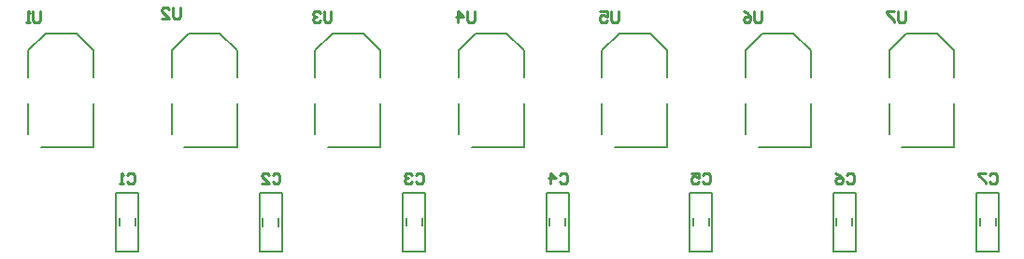
<source format=gbo>
G04*
G04 #@! TF.GenerationSoftware,Altium Limited,Altium Designer,24.1.2 (44)*
G04*
G04 Layer_Color=32896*
%FSTAX44Y44*%
%MOMM*%
G71*
G04*
G04 #@! TF.SameCoordinates,3538205F-3925-4055-AE4A-FF41BFCD8782*
G04*
G04*
G04 #@! TF.FilePolarity,Positive*
G04*
G01*
G75*
%ADD10C,0.2000*%
%ADD11C,0.1270*%
%ADD12C,0.2540*%
D10*
X00989806Y00237126D02*
X0099514D01*
X00989806Y00183786D02*
Y00237126D01*
X01007332Y002069D02*
Y00214012D01*
X00992854Y002069D02*
Y00214012D01*
X00989806Y00183786D02*
X01010126D01*
Y00237126D01*
X0099514D02*
X01010126D01*
X00859806D02*
X0086514D01*
X00859806Y00183786D02*
Y00237126D01*
X00877332Y002069D02*
Y00214012D01*
X00862854Y002069D02*
Y00214012D01*
X00859806Y00183786D02*
X00880126D01*
Y00237126D01*
X0086514D02*
X00880126D01*
X0033984Y0023667D02*
X00345174D01*
X0033984Y0018333D02*
Y0023667D01*
X00357366Y00206444D02*
Y00213556D01*
X00342888Y00206444D02*
Y00213556D01*
X0033984Y0018333D02*
X0036016D01*
Y0023667D01*
X00345174D02*
X0036016D01*
X00729806Y00237126D02*
X0073514D01*
X00729806Y00183786D02*
Y00237126D01*
X00747332Y002069D02*
Y00214012D01*
X00732854Y002069D02*
Y00214012D01*
X00729806Y00183786D02*
X00750126D01*
Y00237126D01*
X0073514D02*
X00750126D01*
X00599806D02*
X0060514D01*
X00599806Y00183786D02*
Y00237126D01*
X00617332Y002069D02*
Y00214012D01*
X00602854Y002069D02*
Y00214012D01*
X00599806Y00183786D02*
X00620126D01*
Y00237126D01*
X0060514D02*
X00620126D01*
X00469806D02*
X0047514D01*
X00469806Y00183786D02*
Y00237126D01*
X00487332Y002069D02*
Y00214012D01*
X00472854Y002069D02*
Y00214012D01*
X00469806Y00183786D02*
X00490126D01*
Y00237126D01*
X0047514D02*
X00490126D01*
X00209806D02*
X0021514D01*
X00209806Y00183786D02*
Y00237126D01*
X00227332Y002069D02*
Y00214012D01*
X00212854Y002069D02*
Y00214012D01*
X00209806Y00183786D02*
X00230126D01*
Y00237126D01*
X0021514D02*
X00230126D01*
D11*
X00564Y003815D02*
X005795Y00366D01*
X005205D02*
X00536Y003815D01*
X00564D01*
X005795Y003417D02*
Y00366D01*
X005205Y003417D02*
Y00366D01*
Y0029D02*
Y003183D01*
X005795Y002785D02*
Y003183D01*
X00532Y002785D02*
X005795D01*
X00304Y003815D02*
X003195Y00366D01*
X002605D02*
X00276Y003815D01*
X00304D01*
X003195Y003417D02*
Y00366D01*
X002605Y003417D02*
Y00366D01*
Y0029D02*
Y003183D01*
X003195Y002785D02*
Y003183D01*
X00272Y002785D02*
X003195D01*
X00954Y003815D02*
X009695Y00366D01*
X009105D02*
X00926Y003815D01*
X00954D01*
X009695Y003417D02*
Y00366D01*
X009105Y003417D02*
Y00366D01*
Y0029D02*
Y003183D01*
X009695Y002785D02*
Y003183D01*
X00922Y002785D02*
X009695D01*
X00694Y003815D02*
X007095Y00366D01*
X006505D02*
X00666Y003815D01*
X00694D01*
X007095Y003417D02*
Y00366D01*
X006505Y003417D02*
Y00366D01*
Y0029D02*
Y003183D01*
X007095Y002785D02*
Y003183D01*
X00662Y002785D02*
X007095D01*
X00824Y003815D02*
X008395Y00366D01*
X007805D02*
X00796Y003815D01*
X00824D01*
X008395Y003417D02*
Y00366D01*
X007805Y003417D02*
Y00366D01*
Y0029D02*
Y003183D01*
X008395Y002785D02*
Y003183D01*
X00792Y002785D02*
X008395D01*
X00434Y003815D02*
X004495Y00366D01*
X003905D02*
X00406Y003815D01*
X00434D01*
X004495Y003417D02*
Y00366D01*
X003905Y003417D02*
Y00366D01*
Y0029D02*
Y003183D01*
X004495Y002785D02*
Y003183D01*
X00402Y002785D02*
X004495D01*
X00142D02*
X001895D01*
Y003183D01*
X001305Y0029D02*
Y003183D01*
Y003417D02*
Y00366D01*
X001895Y003417D02*
Y00366D01*
X00146Y003815D02*
X00174D01*
X001305Y00366D02*
X00146Y003815D01*
X00174D02*
X001895Y00366D01*
D12*
X0053498Y00401785D02*
Y00393454D01*
X00533314Y00391788D01*
X00529982D01*
X00528316Y00393454D01*
Y00401785D01*
X00519985Y00391788D02*
Y00401785D01*
X00524983Y00396786D01*
X00518319D01*
X0092487Y00401785D02*
Y00393454D01*
X00923204Y00391788D01*
X00919872D01*
X00918205Y00393454D01*
Y00401785D01*
X00914873D02*
X00908209D01*
Y00400119D01*
X00914873Y00393454D01*
Y00391788D01*
X00795076Y00401785D02*
Y00393454D01*
X0079341Y00391788D01*
X00790078D01*
X00788411Y00393454D01*
Y00401785D01*
X00778415D02*
X00781747Y00400119D01*
X00785079Y00396786D01*
Y00393454D01*
X00783413Y00391788D01*
X00780081D01*
X00778415Y00393454D01*
Y0039512D01*
X00780081Y00396786D01*
X00785079D01*
X00665028Y00401785D02*
Y00393454D01*
X00663362Y00391788D01*
X0066003D01*
X00658363Y00393454D01*
Y00401785D01*
X00648367D02*
X00655031D01*
Y00396786D01*
X00651699Y00398452D01*
X00650033D01*
X00648367Y00396786D01*
Y00393454D01*
X00650033Y00391788D01*
X00653365D01*
X00655031Y00393454D01*
X00404932Y00401785D02*
Y00393454D01*
X00403266Y00391788D01*
X00399934D01*
X00398268Y00393454D01*
Y00401785D01*
X00394935Y00400119D02*
X00393269Y00401785D01*
X00389937D01*
X00388271Y00400119D01*
Y00398452D01*
X00389937Y00396786D01*
X00391603D01*
X00389937D01*
X00388271Y0039512D01*
Y00393454D01*
X00389937Y00391788D01*
X00393269D01*
X00394935Y00393454D01*
X00268331Y00404998D02*
Y00396668D01*
X00266665Y00395002D01*
X00263332D01*
X00261666Y00396668D01*
Y00404998D01*
X00251669Y00395002D02*
X00258334D01*
X00251669Y00401666D01*
Y00403332D01*
X00253335Y00404998D01*
X00256668D01*
X00258334Y00403332D01*
X00141534Y00401785D02*
Y00393454D01*
X00139868Y00391788D01*
X00136536D01*
X00134869Y00393454D01*
Y00401785D01*
X00131537Y00391788D02*
X00128205D01*
X00129871D01*
Y00401785D01*
X00131537Y00400119D01*
X01001666Y00253332D02*
X01003332Y00254998D01*
X01006665D01*
X01008331Y00253332D01*
Y00246668D01*
X01006665Y00245002D01*
X01003332D01*
X01001666Y00246668D01*
X00998334Y00254998D02*
X00991669D01*
Y00253332D01*
X00998334Y00246668D01*
Y00245002D01*
X00871666Y00253332D02*
X00873332Y00254998D01*
X00876665D01*
X00878331Y00253332D01*
Y00246668D01*
X00876665Y00245002D01*
X00873332D01*
X00871666Y00246668D01*
X00861669Y00254998D02*
X00865002Y00253332D01*
X00868334Y0025D01*
Y00246668D01*
X00866668Y00245002D01*
X00863335D01*
X00861669Y00246668D01*
Y00248334D01*
X00863335Y0025D01*
X00868334D01*
X00741666Y00253332D02*
X00743332Y00254998D01*
X00746665D01*
X00748331Y00253332D01*
Y00246668D01*
X00746665Y00245002D01*
X00743332D01*
X00741666Y00246668D01*
X00731669Y00254998D02*
X00738334D01*
Y0025D01*
X00735002Y00251666D01*
X00733335D01*
X00731669Y0025D01*
Y00246668D01*
X00733335Y00245002D01*
X00736668D01*
X00738334Y00246668D01*
X00611666Y00253332D02*
X00613332Y00254998D01*
X00616665D01*
X00618331Y00253332D01*
Y00246668D01*
X00616665Y00245002D01*
X00613332D01*
X00611666Y00246668D01*
X00603335Y00245002D02*
Y00254998D01*
X00608334Y0025D01*
X00601669D01*
X00481666Y00253332D02*
X00483332Y00254998D01*
X00486665D01*
X00488331Y00253332D01*
Y00246668D01*
X00486665Y00245002D01*
X00483332D01*
X00481666Y00246668D01*
X00478334Y00253332D02*
X00476668Y00254998D01*
X00473335D01*
X00471669Y00253332D01*
Y00251666D01*
X00473335Y0025D01*
X00475002D01*
X00473335D01*
X00471669Y00248334D01*
Y00246668D01*
X00473335Y00245002D01*
X00476668D01*
X00478334Y00246668D01*
X00351666Y00253332D02*
X00353332Y00254998D01*
X00356665D01*
X00358331Y00253332D01*
Y00246668D01*
X00356665Y00245002D01*
X00353332D01*
X00351666Y00246668D01*
X00341669Y00245002D02*
X00348334D01*
X00341669Y00251666D01*
Y00253332D01*
X00343335Y00254998D01*
X00346668D01*
X00348334Y00253332D01*
X0022D02*
X00221666Y00254998D01*
X00224998D01*
X00226665Y00253332D01*
Y00246668D01*
X00224998Y00245002D01*
X00221666D01*
X0022Y00246668D01*
X00216668Y00245002D02*
X00213335D01*
X00215002D01*
Y00254998D01*
X00216668Y00253332D01*
M02*

</source>
